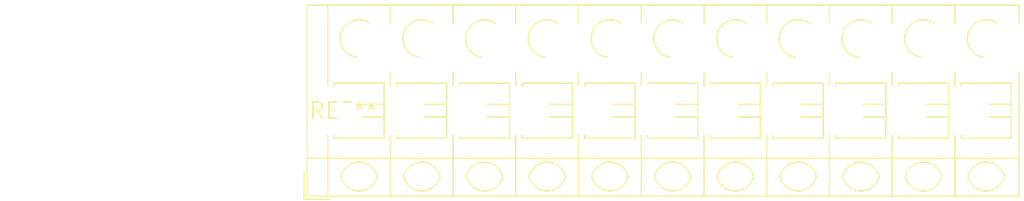
<source format=kicad_pcb>
(kicad_pcb (version 20240108) (generator pcbnew)
  (layers (0 "F.Cu" signal) (31 "B.Cu" signal) (34 "B.Paste" user) (35 "F.Paste" user) (36 "B.SilkS" user "B.Silkscreen") (37 "F.SilkS" user "F.Silkscreen") (38 "B.Mask" user) (39 "F.Mask" user) (44 "Edge.Cuts" user))
  (net 0 "")
  (footprint "TerminalBlock_WAGO_804-111_1x11_P5.00mm_45Degree" (layer "F.Cu") (at 0 0)
    (property "Reference" "REF**")
    (property "Value" "TerminalBlock_WAGO_804-111_1x11_P5.00mm_45Degree")
    (fp_line (start -3.11 4.82) (end -3.11 7.06) (layer "F.SilkS") (stroke (width 0.12)))
    (fp_line (start -3.11 7.06) (end -1.11 7.06) (layer "F.SilkS") (stroke (width 0.12)))
    (fp_line (start -2.87 -8.42) (end -2.87 6.82) (layer "F.SilkS") (stroke (width 0.12)))
    (fp_line (start -2.87 -8.42) (end 53.87 -8.42) (layer "F.SilkS") (stroke (width 0.12)))
    (fp_line (start -2.87 3.8) (end 53.87 3.8) (layer "F.SilkS") (stroke (width 0.12)))
    (fp_line (start -2.87 6.82) (end 53.87 6.82) (layer "F.SilkS") (stroke (width 0.12)))
    (fp_line (start -1.25 -8.42) (end -1.25 -1.98) (layer "F.SilkS") (stroke (width 0.12)))
    (fp_line (start -1.25 1.98) (end -1.25 6.82) (layer "F.SilkS") (stroke (width 0.12)))
    (fp_line (start -0.75 -2.2) (end -0.75 -1.98) (layer "F.SilkS") (stroke (width 0.12)))
    (fp_line (start -0.75 -2.2) (end 3.25 -2.2) (layer "F.SilkS") (stroke (width 0.12)))
    (fp_line (start -0.75 1.98) (end -0.75 2.2) (layer "F.SilkS") (stroke (width 0.12)))
    (fp_line (start -0.75 2.2) (end 3.25 2.2) (layer "F.SilkS") (stroke (width 0.12)))
    (fp_line (start 1.48 -0.5) (end 3.25 -0.5) (layer "F.SilkS") (stroke (width 0.12)))
    (fp_line (start 1.48 0.5) (end 3.25 0.5) (layer "F.SilkS") (stroke (width 0.12)))
    (fp_line (start 3.25 -2.2) (end 3.25 2.2) (layer "F.SilkS") (stroke (width 0.12)))
    (fp_line (start 3.25 -0.5) (end 3.25 0.5) (layer "F.SilkS") (stroke (width 0.12)))
    (fp_line (start 3.75 -8.42) (end 3.75 -6.98) (layer "F.SilkS") (stroke (width 0.12)))
    (fp_line (start 3.75 -3.02) (end 3.75 -1.98) (layer "F.SilkS") (stroke (width 0.12)))
    (fp_line (start 3.75 1.98) (end 3.75 6.82) (layer "F.SilkS") (stroke (width 0.12)))
    (fp_line (start 4.25 -2.2) (end 4.25 -1.98) (layer "F.SilkS") (stroke (width 0.12)))
    (fp_line (start 4.25 -2.2) (end 8.25 -2.2) (layer "F.SilkS") (stroke (width 0.12)))
    (fp_line (start 4.25 1.98) (end 4.25 2.2) (layer "F.SilkS") (stroke (width 0.12)))
    (fp_line (start 4.25 2.2) (end 8.25 2.2) (layer "F.SilkS") (stroke (width 0.12)))
    (fp_line (start 6.48 -0.5) (end 8.25 -0.5) (layer "F.SilkS") (stroke (width 0.12)))
    (fp_line (start 6.48 0.5) (end 8.25 0.5) (layer "F.SilkS") (stroke (width 0.12)))
    (fp_line (start 8.25 -2.2) (end 8.25 2.2) (layer "F.SilkS") (stroke (width 0.12)))
    (fp_line (start 8.25 -0.5) (end 8.25 0.5) (layer "F.SilkS") (stroke (width 0.12)))
    (fp_line (start 8.75 -8.42) (end 8.75 -6.98) (layer "F.SilkS") (stroke (width 0.12)))
    (fp_line (start 8.75 -3.02) (end 8.75 -1.98) (layer "F.SilkS") (stroke (width 0.12)))
    (fp_line (start 8.75 1.98) (end 8.75 6.82) (layer "F.SilkS") (stroke (width 0.12)))
    (fp_line (start 9.25 -2.2) (end 9.25 -1.98) (layer "F.SilkS") (stroke (width 0.12)))
    (fp_line (start 9.25 -2.2) (end 13.25 -2.2) (layer "F.SilkS") (stroke (width 0.12)))
    (fp_line (start 9.25 1.98) (end 9.25 2.2) (layer "F.SilkS") (stroke (width 0.12)))
    (fp_line (start 9.25 2.2) (end 13.25 2.2) (layer "F.SilkS") (stroke (width 0.12)))
    (fp_line (start 11.48 -0.5) (end 13.25 -0.5) (layer "F.SilkS") (stroke (width 0.12)))
    (fp_line (start 11.48 0.5) (end 13.25 0.5) (layer "F.SilkS") (stroke (width 0.12)))
    (fp_line (start 13.25 -2.2) (end 13.25 2.2) (layer "F.SilkS") (stroke (width 0.12)))
    (fp_line (start 13.25 -0.5) (end 13.25 0.5) (layer "F.SilkS") (stroke (width 0.12)))
    (fp_line (start 13.75 -8.42) (end 13.75 -6.98) (layer "F.SilkS") (stroke (width 0.12)))
    (fp_line (start 13.75 -3.02) (end 13.75 -1.98) (layer "F.SilkS") (stroke (width 0.12)))
    (fp_line (start 13.75 1.98) (end 13.75 6.82) (layer "F.SilkS") (stroke (width 0.12)))
    (fp_line (start 14.25 -2.2) (end 14.25 -1.98) (layer "F.SilkS") (stroke (width 0.12)))
    (fp_line (start 14.25 -2.2) (end 18.25 -2.2) (layer "F.SilkS") (stroke (width 0.12)))
    (fp_line (start 14.25 1.98) (end 14.25 2.2) (layer "F.SilkS") (stroke (width 0.12)))
    (fp_line (start 14.25 2.2) (end 18.25 2.2) (layer "F.SilkS") (stroke (width 0.12)))
    (fp_line (start 16.48 -0.5) (end 18.25 -0.5) (layer "F.SilkS") (stroke (width 0.12)))
    (fp_line (start 16.48 0.5) (end 18.25 0.5) (layer "F.SilkS") (stroke (width 0.12)))
    (fp_line (start 18.25 -2.2) (end 18.25 2.2) (layer "F.SilkS") (stroke (width 0.12)))
    (fp_line (start 18.25 -0.5) (end 18.25 0.5) (layer "F.SilkS") (stroke (width 0.12)))
    (fp_line (start 18.75 -8.42) (end 18.75 -6.98) (layer "F.SilkS") (stroke (width 0.12)))
    (fp_line (start 18.75 -3.02) (end 18.75 -1.98) (layer "F.SilkS") (stroke (width 0.12)))
    (fp_line (start 18.75 1.98) (end 18.75 6.82) (layer "F.SilkS") (stroke (width 0.12)))
    (fp_line (start 19.25 -2.2) (end 19.25 -1.98) (layer "F.SilkS") (stroke (width 0.12)))
    (fp_line (start 19.25 -2.2) (end 23.25 -2.2) (layer "F.SilkS") (stroke (width 0.12)))
    (fp_line (start 19.25 1.98) (end 19.25 2.2) (layer "F.SilkS") (stroke (width 0.12)))
    (fp_line (start 19.25 2.2) (end 23.25 2.2) (layer "F.SilkS") (stroke (width 0.12)))
    (fp_line (start 21.48 -0.5) (end 23.25 -0.5) (layer "F.SilkS") (stroke (width 0.12)))
    (fp_line (start 21.48 0.5) (end 23.25 0.5) (layer "F.SilkS") (stroke (width 0.12)))
    (fp_line (start 23.25 -2.2) (end 23.25 2.2) (layer "F.SilkS") (stroke (width 0.12)))
    (fp_line (start 23.25 -0.5) (end 23.25 0.5) (layer "F.SilkS") (stroke (width 0.12)))
    (fp_line (start 23.75 -8.42) (end 23.75 -6.98) (layer "F.SilkS") (stroke (width 0.12)))
    (fp_line (start 23.75 -3.02) (end 23.75 -1.98) (layer "F.SilkS") (stroke (width 0.12)))
    (fp_line (start 23.75 1.98) (end 23.75 6.82) (layer "F.SilkS") (stroke (width 0.12)))
    (fp_line (start 24.25 -2.2) (end 24.25 -1.98) (layer "F.SilkS") (stroke (width 0.12)))
    (fp_line (start 24.25 -2.2) (end 28.25 -2.2) (layer "F.SilkS") (stroke (width 0.12)))
    (fp_line (start 24.25 1.98) (end 24.25 2.2) (layer "F.SilkS") (stroke (width 0.12)))
    (fp_line (start 24.25 2.2) (end 28.25 2.2) (layer "F.SilkS") (stroke (width 0.12)))
    (fp_line (start 26.48 -0.5) (end 28.25 -0.5) (layer "F.SilkS") (stroke (width 0.12)))
    (fp_line (start 26.48 0.5) (end 28.25 0.5) (layer "F.SilkS") (stroke (width 0.12)))
    (fp_line (start 28.25 -2.2) (end 28.25 2.2) (layer "F.SilkS") (stroke (width 0.12)))
    (fp_line (start 28.25 -0.5) (end 28.25 0.5) (layer "F.SilkS") (stroke (width 0.12)))
    (fp_line (start 28.75 -8.42) (end 28.75 -6.98) (layer "F.SilkS") (stroke (width 0.12)))
    (fp_line (start 28.75 -3.02) (end 28.75 -1.98) (layer "F.SilkS") (stroke (width 0.12)))
    (fp_line (start 28.75 1.98) (end 28.75 6.82) (layer "F.SilkS") (stroke (width 0.12)))
    (fp_line (start 29.25 -2.2) (end 29.25 -1.98) (layer "F.SilkS") (stroke (width 0.12)))
    (fp_line (start 29.25 -2.2) (end 33.25 -2.2) (layer "F.SilkS") (stroke (width 0.12)))
    (fp_line (start 29.25 1.98) (end 29.25 2.2) (layer "F.SilkS") (stroke (width 0.12)))
    (fp_line (start 29.25 2.2) (end 33.25 2.2) (layer "F.SilkS") (stroke (width 0.12)))
    (fp_line (start 31.48 -0.5) (end 33.25 -0.5) (layer "F.SilkS") (stroke (width 0.12)))
    (fp_line (start 31.48 0.5) (end 33.25 0.5) (layer "F.SilkS") (stroke (width 0.12)))
    (fp_line (start 33.25 -2.2) (end 33.25 2.2) (layer "F.SilkS") (stroke (width 0.12)))
    (fp_line (start 33.25 -0.5) (end 33.25 0.5) (layer "F.SilkS") (stroke (width 0.12)))
    (fp_line (start 33.75 -8.42) (end 33.75 -6.98) (layer "F.SilkS") (stroke (width 0.12)))
    (fp_line (start 33.75 -3.02) (end 33.75 -1.98) (layer "F.SilkS") (stroke (width 0.12)))
    (fp_line (start 33.75 1.98) (end 33.75 6.82) (layer "F.SilkS") (stroke (width 0.12)))
    (fp_line (start 34.25 -2.2) (end 34.25 -1.98) (layer "F.SilkS") (stroke (width 0.12)))
    (fp_line (start 34.25 -2.2) (end 38.25 -2.2) (layer "F.SilkS") (stroke (width 0.12)))
    (fp_line (start 34.25 1.98) (end 34.25 2.2) (layer "F.SilkS") (stroke (width 0.12)))
    (fp_line (start 34.25 2.2) (end 38.25 2.2) (layer "F.SilkS") (stroke (width 0.12)))
    (fp_line (start 36.48 -0.5) (end 38.25 -0.5) (layer "F.SilkS") (stroke (width 0.12)))
    (fp_line (start 36.48 0.5) (end 38.25 0.5) (layer "F.SilkS") (stroke (width 0.12)))
    (fp_line (start 38.25 -2.2) (end 38.25 2.2) (layer "F.SilkS") (stroke (width 0.12)))
    (fp_line (start 38.25 -0.5) (end 38.25 0.5) (layer "F.SilkS") (stroke (width 0.12)))
    (fp_line (start 38.75 -8.42) (end 38.75 -6.98) (layer "F.SilkS") (stroke (width 0.12)))
    (fp_line (start 38.75 -3.02) (end 38.75 -1.98) (layer "F.SilkS") (stroke (width 0.12)))
    (fp_line (start 38.75 1.98) (end 38.75 6.82) (layer "F.SilkS") (stroke (width 0.12)))
    (fp_line (start 39.25 -2.2) (end 39.25 -1.98) (layer "F.SilkS") (stroke (width 0.12)))
    (fp_line (start 39.25 -2.2) (end 43.25 -2.2) (layer "F.SilkS") (stroke (width 0.12)))
    (fp_line (start 39.25 1.98) (end 39.25 2.2) (layer "F.SilkS") (stroke (width 0.12)))
    (fp_line (start 39.25 2.2) (end 43.25 2.2) (layer "F.SilkS") (stroke (width 0.12)))
    (fp_line (start 41.48 -0.5) (end 43.25 -0.5) (layer "F.SilkS") (stroke (width 0.12)))
    (fp_line (start 41.48 0.5) (end 43.25 0.5) (layer "F.SilkS") (stroke (width 0.12)))
    (fp_line (start 43.25 -2.2) (end 43.25 2.2) (layer "F.SilkS") (stroke (width 0.12)))
    (fp_line (start 43.25 -0.5) (end 43.25 0.5) (layer "F.SilkS") (stroke (width 0.12)))
    (fp_line (start 43.75 -8.42) (end 43.75 -6.98) (layer "F.SilkS") (stroke (width 0.12)))
    (fp_line (start 43.75 -3.02) (end 43.75 -1.98) (layer "F.SilkS") (stroke (width 0.12)))
    (fp_line (start 43.75 1.98) (end 43.75 6.82) (layer "F.SilkS") (stroke (width 0.12)))
    (fp_line (start 44.25 -2.2) (end 44.25 -1.98) (layer "F.SilkS") (stroke (width 0.12)))
    (fp_line (start 44.25 -2.2) (end 48.25 -2.2) (layer "F.SilkS") (stroke (width 0.12)))
    (fp_line (start 44.25 1.98) (end 44.25 2.2) (layer "F.SilkS") (stroke (width 0.12)))
    (fp_line (start 44.25 2.2) (end 48.25 2.2) (layer "F.SilkS") (stroke (width 0.12)))
    (fp_line (start 46.48 -0.5) (end 48.25 -0.5) (layer "F.SilkS") (stroke (width 0.12)))
    (fp_line (start 46.48 0.5) (end 48.25 0.5) (layer "F.SilkS") (stroke (width 0.12)))
    (fp_line (start 48.25 -2.2) (end 48.25 2.2) (layer "F.SilkS") (stroke (width 0.12)))
    (fp_line (start 48.25 -0.5) (end 48.25 0.5) (layer "F.SilkS") (stroke (width 0.12)))
    (fp_line (start 48.75 -8.42) (end 48.75 -6.98) (layer "F.SilkS") (stroke (width 0.12)))
    (fp_line (start 48.75 -3.02) (end 48.75 -1.98) (layer "F.SilkS") (stroke (width 0.12)))
    (fp_line (start 48.75 1.98) (end 48.75 6.82) (layer "F.SilkS") (stroke (width 0.12)))
    (fp_line (start 49.25 -2.2) (end 49.25 -1.98) (layer "F.SilkS") (stroke (width 0.12)))
    (fp_line (start 49.25 -2.2) (end 53.25 -2.2) (layer "F.SilkS") (stroke (width 0.12)))
    (fp_line (start 49.25 1.98) (end 49.25 2.2) (layer "F.SilkS") (stroke (width 0.12)))
    (fp_line (start 49.25 2.2) (end 53.25 2.2) (layer "F.SilkS") (stroke (width 0.12)))
    (fp_line (start 51.48 -0.5) (end 53.25 -0.5) (layer "F.SilkS") (stroke (width 0.12)))
    (fp_line (start 51.48 0.5) (end 53.25 0.5) (layer "F.SilkS") (stroke (width 0.12)))
    (fp_line (start 53.25 -2.2) (end 53.25 2.2) (layer "F.SilkS") (stroke (width 0.12)))
    (fp_line (start 53.25 -0.5) (end 53.25 0.5) (layer "F.SilkS") (stroke (width 0.12)))
    (fp_line (start 53.87 -8.42) (end 53.87 -6.98) (layer "F.SilkS") (stroke (width 0.12)))
    (fp_line (start 53.87 -3.02) (end 53.87 6.82) (layer "F.SilkS") (stroke (width 0.12)))
    (fp_arc (start -0.200865 5.250424) (mid 1.250296 4.099926) (end 2.701 5.251) (layer "F.SilkS") (stroke (width 0.12)))
    (fp_arc (start 1.040798 -4.264067) (mid -0.146039 -6.300306) (end 2.111 -6.979) (layer "F.SilkS") (stroke (width 0.12)))
    (fp_arc (start 2.7 5.25) (mid 1.250068 6.400101) (end -0.199969 5.250133) (layer "F.SilkS") (stroke (width 0.12)))
    (fp_arc (start 4.799135 5.250424) (mid 6.250296 4.099926) (end 7.701 5.251) (layer "F.SilkS") (stroke (width 0.12)))
    (fp_arc (start 6.040798 -4.264067) (mid 4.853961 -6.300306) (end 7.111 -6.979) (layer "F.SilkS") (stroke (width 0.12)))
    (fp_arc (start 7.7 5.25) (mid 6.250068 6.400101) (end 4.800031 5.250133) (layer "F.SilkS") (stroke (width 0.12)))
    (fp_arc (start 9.799135 5.250424) (mid 11.250296 4.099926) (end 12.701 5.251) (layer "F.SilkS") (stroke (width 0.12)))
    (fp_arc (start 11.040798 -4.264067) (mid 9.853961 -6.300306) (end 12.111 -6.979) (layer "F.SilkS") (stroke (width 0.12)))
    (fp_arc (start 12.7 5.25) (mid 11.250068 6.400101) (end 9.800031 5.250133) (layer "F.SilkS") (stroke (width 0.12)))
    (fp_arc (start 14.799135 5.250424) (mid 16.250296 4.099926) (end 17.701 5.251) (layer "F.SilkS") (stroke (width 0.12)))
    (fp_arc (start 16.040798 -4.264067) (mid 14.853961 -6.300306) (end 17.111 -6.979) (layer "F.SilkS") (stroke (width 0.12)))
    (fp_arc (start 17.7 5.25) (mid 16.250068 6.400101) (end 14.800031 5.250133) (layer "F.SilkS") (stroke (width 0.12)))
    (fp_arc (start 19.799135 5.250424) (mid 21.250296 4.099926) (end 22.701 5.251) (layer "F.SilkS") (stroke (width 0.12)))
    (fp_arc (start 21.040798 -4.264067) (mid 19.853961 -6.300306) (end 22.111 -6.979) (layer "F.SilkS") (stroke (width 0.12)))
    (fp_arc (start 22.7 5.25) (mid 21.250068 6.400101) (end 19.800031 5.250133) (layer "F.SilkS") (stroke (width 0.12)))
    (fp_arc (start 24.799135 5.250424) (mid 26.250296 4.099926) (end 27.701 5.251) (layer "F.SilkS") (stroke (width 0.12)))
    (fp_arc (start 26.040798 -4.264067) (mid 24.853961 -6.300306) (end 27.111 -6.979) (layer "F.SilkS") (stroke (width 0.12)))
    (fp_arc (start 27.7 5.25) (mid 26.250068 6.400101) (end 24.800031 5.250133) (layer "F.SilkS") (stroke (width 0.12)))
    (fp_arc (start 29.799135 5.250424) (mid 31.250296 4.099926) (end 32.701 5.251) (layer "F.SilkS") (stroke (width 0.12)))
    (fp_arc (start 31.040798 -4.264067) (mid 29.853961 -6.300306) (end 32.111 -6.979) (layer "F.SilkS") (stroke (width 0.12)))
    (fp_arc (start 32.701 5.25) (mid 31.250296 6.401074) (end 29.799135 5.250576) (layer "F.SilkS") (stroke (width 0.12)))
    (fp_arc (start 34.799135 5.250424) (mid 36.250296 4.099926) (end 37.701 5.251) (layer "F.SilkS") (stroke (width 0.12)))
    (fp_arc (start 36.040798 -4.264067) (mid 34.853961 -6.300306) (end 37.111 -6.979) (layer "F.SilkS") (stroke (width 0.12)))
    (fp_arc (start 37.7 5.25) (mid 36.250068 6.400101) (end 34.800031 5.250133) (layer "F.SilkS") (stroke (width 0.12)))
    (fp_arc (start 39.799135 5.250424) (mid 41.250296 4.099926) (end 42.701 5.251) (layer "F.SilkS") (stroke (width 0.12)))
    (fp_arc (start 41.040798 -4.264067) (mid 39.853961 -6.300306) (end 42.111 -6.979) (layer "F.SilkS") (stroke (width 0.12)))
    (fp_arc (start 42.7 5.25) (mid 41.250068 6.400101) (end 39.800031 5.250133) (layer "F.SilkS") (stroke (width 0.12)))
    (fp_arc (start 44.799135 5.250424) (mid 46.250296 4.099926) (end 47.701 5.251) (layer "F.SilkS") (stroke (width 0.12)))
    (fp_arc (start 46.040798 -4.264067) (mid 44.853961 -6.300306) (end 47.111 -6.979) (layer "F.SilkS") (stroke (width 0.12)))
    (fp_arc (start 47.7 5.25) (mid 46.250068 6.400101) (end 44.800031 5.250133) (layer "F.SilkS") (stroke (width 0.12)))
    (fp_arc (start 49.799135 5.250424) (mid 51.250296 4.099926) (end 52.701 5.251) (layer "F.SilkS") (stroke (width 0.12)))
    (fp_arc (start 51.040798 -4.264067) (mid 49.853961 -6.300306) (end 52.111 -6.979) (layer "F.SilkS") (stroke (width 0.12)))
    (fp_arc (start 52.7 5.25) (mid 51.250068 6.400101) (end 49.800031 5.250133) (layer "F.SilkS") (stroke (width 0.12)))
    (pad "1" thru_hole rect (at 0 0) (size 2 3) (drill 1.2) (layers *.Cu *.Mask) (remove_unused_layers))
    (pad "1" thru_hole rect (at 2.5 -5) (size 2 3) (drill 1.2) (layers *.Cu *.Mask) (remove_unused_layers))
    (pad "2" thru_hole oval (at 5 0) (size 2 3) (drill 1.2) (layers *.Cu *.Mask) (remove_unused_layers))
    (pad "2" thru_hole oval (at 7.5 -5) (size 2 3) (drill 1.2) (layers *.Cu *.Mask) (remove_unused_layers))
    (pad "3" thru_hole oval (at 10 0) (size 2 3) (drill 1.2) (layers *.Cu *.Mask) (remove_unused_layers))
    (pad "3" thru_hole oval (at 12.5 -5) (size 2 3) (drill 1.2) (layers *.Cu *.Mask) (remove_unused_layers))
    (pad "4" thru_hole oval (at 15 0) (size 2 3) (drill 1.2) (layers *.Cu *.Mask) (remove_unused_layers))
    (pad "4" thru_hole oval (at 17.5 -5) (size 2 3) (drill 1.2) (layers *.Cu *.Mask) (remove_unused_layers))
    (pad "5" thru_hole oval (at 20 0) (size 2 3) (drill 1.2) (layers *.Cu *.Mask) (remove_unused_layers))
    (pad "5" thru_hole oval (at 22.5 -5) (size 2 3) (drill 1.2) (layers *.Cu *.Mask) (remove_unused_layers))
    (pad "6" thru_hole oval (at 25 0) (size 2 3) (drill 1.2) (layers *.Cu *.Mask) (remove_unused_layers))
    (pad "6" thru_hole oval (at 27.5 -5) (size 2 3) (drill 1.2) (layers *.Cu *.Mask) (remove_unused_layers))
    (pad "7" thru_hole oval (at 30 0) (size 2 3) (drill 1.2) (layers *.Cu *.Mask) (remove_unused_layers))
    (pad "7" thru_hole oval (at 32.5 -5) (size 2 3) (drill 1.2) (layers *.Cu *.Mask) (remove_unused_layers))
    (pad "8" thru_hole oval (at 35 0) (size 2 3) (drill 1.2) (layers *.Cu *.Mask) (remove_unused_layers))
    (pad "8" thru_hole oval (at 37.5 -5) (size 2 3) (drill 1.2) (layers *.Cu *.Mask) (remove_unused_layers))
    (pad "9" thru_hole oval (at 40 0) (size 2 3) (drill 1.2) (layers *.Cu *.Mask) (remove_unused_layers))
    (pad "9" thru_hole oval (at 42.5 -5) (size 2 3) (drill 1.2) (layers *.Cu *.Mask) (remove_unused_layers))
    (pad "10" thru_hole oval (at 45 0) (size 2 3) (drill 1.2) (layers *.Cu *.Mask) (remove_unused_layers))
    (pad "10" thru_hole oval (at 47.5 -5) (size 2 3) (drill 1.2) (layers *.Cu *.Mask) (remove_unused_layers))
    (pad "11" thru_hole oval (at 50 0) (size 2 3) (drill 1.2) (layers *.Cu *.Mask) (remove_unused_layers))
    (pad "11" thru_hole oval (at 52.5 -5) (size 2 3) (drill 1.2) (layers *.Cu *.Mask) (remove_unused_layers))
  )
)
</source>
